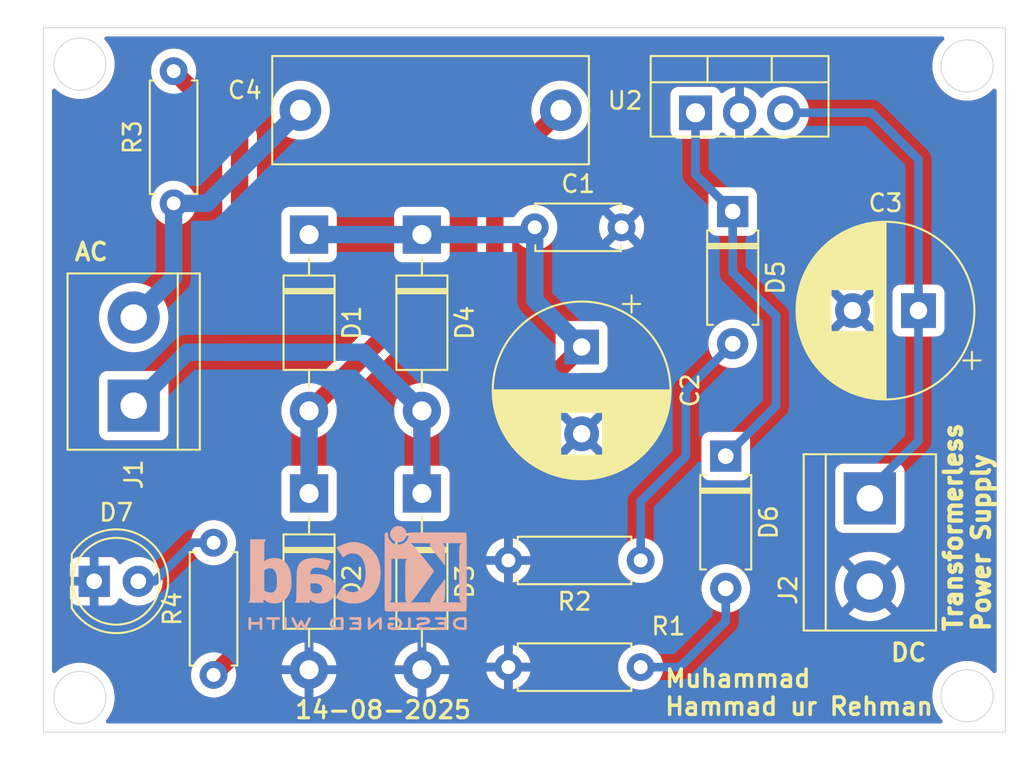
<source format=kicad_pcb>
(kicad_pcb (version 20241229) (generator "pcbnew") (generator_version "9.0")
  (layers (0 "F.Cu" signal) (2 "B.Cu" signal) (13 "F.Paste" user) (15 "B.Paste" user) (5 "F.SilkS" user "F.Silkscreen") (7 "B.SilkS" user "B.Silkscreen") (1 "F.Mask" user) (3 "B.Mask" user) (25 "Edge.Cuts" user))
  (net 0 "")
  (net 1 "Net-(D1-K)")
  (net 2 "GND")
  (net 3 "/5v")
  (net 4 "Net-(D1-A)")
  (net 5 "Net-(J1-Pin_2)")
  (net 6 "Net-(D3-K)")
  (net 7 "Net-(D5-A)")
  (net 8 "Net-(D6-A)")
  (net 9 "Net-(D7-A)")
  (footprint "Resistor_THT:R_Axial_DIN0207_L6.3mm_D2.5mm_P7.62mm_Horizontal" (layer "F.Cu") (at 147.1 109.35 180)
    (property "Reference" "R1" (at -1.6 2.35 0) (layer "F.SilkS"))
    (property "Value" "20k")
    (pad "1" thru_hole circle (at 0 0 180) (size 1.6 1.6) (drill 0.8) (layers "*.Cu" "*.Mask") (net 8 "Net-(D6-A)"))
    (pad "2" thru_hole oval (at 7.62 0 180) (size 1.6 1.6) (drill 0.8) (layers "*.Cu" "*.Mask") (net 2 "GND"))
  )
  (footprint "Capacitor_THT:C_Rect_L18.0mm_W6.0mm_P15.00mm_FKS3_FKP3" (layer "F.Cu") (at 127.5 77.25)
    (property "Reference" "C4" (at -3.2 -1.15 0) (layer "F.SilkS"))
    (property "Value" "2.2uf")
    (pad "1" thru_hole circle (at 0 0) (size 2.4 2.4) (drill 1.2) (layers "*.Cu" "*.Mask") (net 5 "Net-(J1-Pin_2)"))
    (pad "2" thru_hole circle (at 15 0) (size 2.4 2.4) (drill 1.2) (layers "*.Cu" "*.Mask") (net 4 "Net-(D1-A)"))
  )
  (footprint "Diode_THT:D_A-405_P7.62mm_Horizontal" (layer "F.Cu") (at 152.4 83.09 -90)
    (property "Reference" "D5" (at 3.81 -2.47 90) (layer "F.SilkS"))
    (property "Value" "D_Zener")
    (pad "1" thru_hole rect (at 0 0 270) (size 1.8 1.8) (drill 0.9) (layers "*.Cu" "*.Mask") (net 1 "Net-(D1-K)"))
    (pad "2" thru_hole oval (at 7.62 0 270) (size 1.8 1.8) (drill 0.9) (layers "*.Cu" "*.Mask") (net 7 "Net-(D5-A)"))
  )
  (footprint "Diode_THT:D_DO-41_SOD81_P10.16mm_Horizontal" (layer "F.Cu") (at 134.5 99.34 -90)
    (property "Reference" "D3" (at 5.08 -2.47 90) (layer "F.SilkS"))
    (property "Value" "1N4007")
    (pad "1" thru_hole rect (at 0 0 270) (size 2.2 2.2) (drill 1.1) (layers "*.Cu" "*.Mask") (net 6 "Net-(D3-K)"))
    (pad "2" thru_hole oval (at 10.16 0 270) (size 2.2 2.2) (drill 1.1) (layers "*.Cu" "*.Mask") (net 2 "GND"))
  )
  (footprint "Resistor_THT:R_Axial_DIN0207_L6.3mm_D2.5mm_P7.62mm_Horizontal" (layer "F.Cu") (at 122.5 109.8 90)
    (property "Reference" "R4" (at 3.81 -2.37 90) (layer "F.SilkS"))
    (property "Value" "2.2k")
    (pad "1" thru_hole circle (at 0 0 90) (size 1.6 1.6) (drill 0.8) (layers "*.Cu" "*.Mask") (net 1 "Net-(D1-K)"))
    (pad "2" thru_hole oval (at 7.62 0 90) (size 1.6 1.6) (drill 0.8) (layers "*.Cu" "*.Mask") (net 9 "Net-(D7-A)"))
  )
  (footprint "Capacitor_THT:CP_Radial_D10.0mm_P5.00mm" (layer "F.Cu") (at 143.7 90.9 -90)
    (property "Reference" "C2" (at 2.5 -6.25 90) (layer "F.SilkS"))
    (property "Value" "1000uf")
    (pad "1" thru_hole rect (at 0 0 270) (size 2 2) (drill 1) (layers "*.Cu" "*.Mask") (net 1 "Net-(D1-K)"))
    (pad "2" thru_hole circle (at 5 0 270) (size 2 2) (drill 1) (layers "*.Cu" "*.Mask") (net 2 "GND"))
  )
  (footprint "Capacitor_THT:C_Disc_D4.7mm_W2.5mm_P5.00mm" (layer "F.Cu") (at 141 84)
    (property "Reference" "C1" (at 2.5 -2.5 0) (layer "F.SilkS"))
    (property "Value" "0.1uf")
    (pad "1" thru_hole circle (at 0 0) (size 1.6 1.6) (drill 0.8) (layers "*.Cu" "*.Mask") (net 1 "Net-(D1-K)"))
    (pad "2" thru_hole circle (at 5 0) (size 1.6 1.6) (drill 0.8) (layers "*.Cu" "*.Mask") (net 2 "GND"))
  )
  (footprint "Package_TO_SOT_THT:TO-220-3_Vertical" (layer "F.Cu") (at 150.26 77.4)
    (property "Reference" "U2" (at -4.06 -0.7 0) (layer "F.SilkS"))
    (property "Value" "LM7805_TO220")
    (pad "1" thru_hole rect (at 0 0) (size 1.905 2) (drill 1.1) (layers "*.Cu" "*.Mask") (net 1 "Net-(D1-K)"))
    (pad "2" thru_hole oval (at 2.54 0) (size 1.905 2) (drill 1.1) (layers "*.Cu" "*.Mask") (net 2 "GND"))
    (pad "3" thru_hole oval (at 5.08 0) (size 1.905 2) (drill 1.1) (layers "*.Cu" "*.Mask") (net 3 "/5v"))
  )
  (footprint "TerminalBlock:TerminalBlock_bornier-2_P5.08mm" (layer "F.Cu") (at 160.3 99.62 -90)
    (property "Reference" "J2" (at 5.28 4.7 90) (layer "F.SilkS"))
    (property "Value" "Screw_Terminal_01x02")
    (pad "1" thru_hole rect (at 0 0 270) (size 3 3) (drill 1.52) (layers "*.Cu" "*.Mask") (net 3 "/5v"))
    (pad "2" thru_hole circle (at 5.08 0 270) (size 3 3) (drill 1.52) (layers "*.Cu" "*.Mask") (net 2 "GND"))
  )
  (footprint "LED_THT:LED_D5.0mm" (layer "F.Cu") (at 115.625 104.4)
    (property "Reference" "D7" (at 1.27 -3.96 0) (layer "F.SilkS"))
    (property "Value" "LED")
    (pad "1" thru_hole rect (at 0 0) (size 1.8 1.8) (drill 0.9) (layers "*.Cu" "*.Mask") (net 2 "GND"))
    (pad "2" thru_hole circle (at 2.54 0) (size 1.8 1.8) (drill 0.9) (layers "*.Cu" "*.Mask") (net 9 "Net-(D7-A)"))
  )
  (footprint "Diode_THT:D_DO-41_SOD81_P10.16mm_Horizontal" (layer "F.Cu") (at 134.5 84.42 -90)
    (property "Reference" "D4" (at 5.08 -2.47 90) (layer "F.SilkS"))
    (property "Value" "1N4007")
    (pad "1" thru_hole rect (at 0 0 270) (size 2.2 2.2) (drill 1.1) (layers "*.Cu" "*.Mask") (net 1 "Net-(D1-K)"))
    (pad "2" thru_hole oval (at 10.16 0 270) (size 2.2 2.2) (drill 1.1) (layers "*.Cu" "*.Mask") (net 6 "Net-(D3-K)"))
  )
  (footprint "TerminalBlock:TerminalBlock_bornier-2_P5.08mm" (layer "F.Cu") (at 117.9 94.28 90)
    (property "Reference" "J1" (at -3.96 0 90) (layer "F.SilkS"))
    (property "Value" "Screw_Terminal_01x02")
    (pad "1" thru_hole rect (at 0 0 90) (size 3 3) (drill 1.52) (layers "*.Cu" "*.Mask") (net 6 "Net-(D3-K)"))
    (pad "2" thru_hole circle (at 5.08 0 90) (size 3 3) (drill 1.52) (layers "*.Cu" "*.Mask") (net 5 "Net-(J1-Pin_2)"))
  )
  (footprint "Diode_THT:D_DO-41_SOD81_P10.16mm_Horizontal" (layer "F.Cu") (at 128 84.42 -90)
    (property "Reference" "D1" (at 5.08 -2.47 90) (layer "F.SilkS"))
    (property "Value" "1N4007")
    (pad "1" thru_hole rect (at 0 0 270) (size 2.2 2.2) (drill 1.1) (layers "*.Cu" "*.Mask") (net 1 "Net-(D1-K)"))
    (pad "2" thru_hole oval (at 10.16 0 270) (size 2.2 2.2) (drill 1.1) (layers "*.Cu" "*.Mask") (net 4 "Net-(D1-A)"))
  )
  (footprint "Resistor_THT:R_Axial_DIN0207_L6.3mm_D2.5mm_P7.62mm_Horizontal" (layer "F.Cu") (at 147.1 103.2 180)
    (property "Reference" "R2" (at 3.81 -2.37 0) (layer "F.SilkS"))
    (property "Value" "20k")
    (pad "1" thru_hole circle (at 0 0 180) (size 1.6 1.6) (drill 0.8) (layers "*.Cu" "*.Mask") (net 7 "Net-(D5-A)"))
    (pad "2" thru_hole oval (at 7.62 0 180) (size 1.6 1.6) (drill 0.8) (layers "*.Cu" "*.Mask") (net 2 "GND"))
  )
  (footprint "Capacitor_THT:CP_Radial_D10.0mm_P3.80mm" (layer "F.Cu") (at 163.1 88.8 180)
    (property "Reference" "C3" (at 1.9 6.2 0) (layer "F.SilkS"))
    (property "Value" "470uf")
    (pad "1" thru_hole rect (at 0 0 180) (size 2 2) (drill 1) (layers "*.Cu" "*.Mask") (net 3 "/5v"))
    (pad "2" thru_hole circle (at 3.8 0 180) (size 2 2) (drill 1) (layers "*.Cu" "*.Mask") (net 2 "GND"))
  )
  (footprint "Diode_THT:D_DO-41_SOD81_P10.16mm_Horizontal" (layer "F.Cu") (at 128 99.34 -90)
    (property "Reference" "D2" (at 5.08 -2.47 90) (layer "F.SilkS"))
    (property "Value" "1N4007")
    (pad "1" thru_hole rect (at 0 0 270) (size 2.2 2.2) (drill 1.1) (layers "*.Cu" "*.Mask") (net 4 "Net-(D1-A)"))
    (pad "2" thru_hole oval (at 10.16 0 270) (size 2.2 2.2) (drill 1.1) (layers "*.Cu" "*.Mask") (net 2 "GND"))
  )
  (footprint "Resistor_THT:R_Axial_DIN0207_L6.3mm_D2.5mm_P7.62mm_Horizontal" (layer "F.Cu") (at 120.2 82.62 90)
    (property "Reference" "R3" (at 3.81 -2.37 90) (layer "F.SilkS"))
    (property "Value" "1M")
    (pad "1" thru_hole circle (at 0 0 90) (size 1.6 1.6) (drill 0.8) (layers "*.Cu" "*.Mask") (net 5 "Net-(J1-Pin_2)"))
    (pad "2" thru_hole oval (at 7.62 0 90) (size 1.6 1.6) (drill 0.8) (layers "*.Cu" "*.Mask") (net 4 "Net-(D1-A)"))
  )
  (footprint "Diode_THT:D_A-405_P7.62mm_Horizontal" (layer "F.Cu") (at 152 97.19 -90)
    (property "Reference" "D6" (at 3.81 -2.47 90) (layer "F.SilkS"))
    (property "Value" "D_Zener")
    (pad "1" thru_hole rect (at 0 0 270) (size 1.8 1.8) (drill 0.9) (layers "*.Cu" "*.Mask") (net 1 "Net-(D1-K)"))
    (pad "2" thru_hole oval (at 7.62 0 270) (size 1.8 1.8) (drill 0.9) (layers "*.Cu" "*.Mask") (net 8 "Net-(D6-A)"))
  )
  (footprint "Symbol:KiCad-Logo2_5mm_SilkScreen" (layer "B.Cu") (at 130.8 104.2 180)
    (property "Reference" "REF**" (hide yes))
    (property "Value" "KiCad-Logo2_5mm_SilkScreen" (hide yes))
  )
  (gr_circle (center 114.8 111.1) (end 116.3 111) (stroke (width 0.05)) (fill no) (layer "Edge.Cuts"))
  (gr_circle (center 165.9 111) (end 167.4 110.9) (stroke (width 0.05)) (fill no) (layer "Edge.Cuts"))
  (gr_rect (start 112.7 72.5) (end 168.1 113.1) (stroke (width 0.05)) (fill no) (layer "Edge.Cuts"))
  (gr_circle (center 165.9 74.7) (end 167.4 74.6) (stroke (width 0.05)) (fill no) (layer "Edge.Cuts"))
  (gr_circle (center 114.8 74.6) (end 116.3 74.5) (stroke (width 0.05)) (fill no) (layer "Edge.Cuts"))
  (gr_text "Transformerless\nPower Supply\n" (at 167.3 107.4 90) (layer "F.SilkS") (effects (font (size 1 1) (thickness 0.25) (bold yes)) (justify left bottom)))
  (gr_text "14-08-2025\n" (at 127.1 112.4 0) (layer "F.SilkS") (effects (font (size 1 1) (thickness 0.18) (bold yes)) (justify left bottom)))
  (gr_text "DC\n" (at 161.4 109.1 0) (layer "F.SilkS") (effects (font (size 1 1) (thickness 0.2) (bold yes)) (justify left bottom)))
  (gr_text "Muhammad\nHammad ur Rehman\n" (at 148.4 112.2 0) (layer "F.SilkS") (effects (font (size 1 1) (thickness 0.2) (bold yes)) (justify left bottom)))
  (gr_text "AC\n" (at 114.4 86 0) (layer "F.SilkS") (effects (font (size 1 1) (thickness 0.2) (bold yes)) (justify left bottom)))
  (segment (start 137.4 97.2) (end 137.4 103.4) (width 1) (layer "F.Cu") (net 1))
  (segment (start 134.2 106.6) (end 125.7 106.6) (width 1) (layer "F.Cu") (net 1))
  (segment (start 137.4 103.4) (end 134.2 106.6) (width 1) (layer "F.Cu") (net 1))
  (segment (start 125.7 106.6) (end 122.5 109.8) (width 1) (layer "F.Cu") (net 1))
  (segment (start 143.7 90.9) (end 137.4 97.2) (width 1) (layer "F.Cu") (net 1))
  (segment (start 152 97.19) (end 154.9 94.29) (width 0.5) (layer "B.Cu") (net 1))
  (segment (start 141 88.2) (end 143.7 90.9) (width 1) (layer "B.Cu") (net 1))
  (segment (start 134.5 84.42) (end 140.58 84.42) (width 1) (layer "B.Cu") (net 1))
  (segment (start 154.9 94.29) (end 154.9 89.1) (width 0.5) (layer "B.Cu") (net 1))
  (segment (start 140.58 84.42) (end 141 84) (width 1) (layer "B.Cu") (net 1))
  (segment (start 152.4 83.09) (end 152.4 86.6) (width 0.5) (layer "B.Cu") (net 1))
  (segment (start 128 84.42) (end 134.5 84.42) (width 1) (layer "B.Cu") (net 1))
  (segment (start 150.26 80.95) (end 152.4 83.09) (width 0.5) (layer "B.Cu") (net 1))
  (segment (start 154.9 89.1) (end 152.4 86.6) (width 0.5) (layer "B.Cu") (net 1))
  (segment (start 141 84) (end 141 88.2) (width 1) (layer "B.Cu") (net 1))
  (segment (start 150.26 77.4) (end 150.26 80.95) (width 0.5) (layer "B.Cu") (net 1))
  (segment (start 160.3 99.1) (end 160.3 99.62) (width 0.5) (layer "B.Cu") (net 3))
  (segment (start 163.1 88.8) (end 163.1 96.3) (width 0.5) (layer "B.Cu") (net 3))
  (segment (start 155.34 77.4) (end 160.4 77.4) (width 0.5) (layer "B.Cu") (net 3))
  (segment (start 163.1 80.1) (end 163.1 88.8) (width 0.5) (layer "B.Cu") (net 3))
  (segment (start 160.4 77.4) (end 163.1 80.1) (width 0.5) (layer "B.Cu") (net 3))
  (segment (start 163.1 96.3) (end 160.3 99.1) (width 0.5) (layer "B.Cu") (net 3))
  (segment (start 124 78.8) (end 124 87.5) (width 1) (layer "F.Cu") (net 4))
  (segment (start 138.7 81) (end 140.5 79.2) (width 1) (layer "F.Cu") (net 4))
  (segment (start 140.5 79.2) (end 140.55 79.2) (width 1) (layer "F.Cu") (net 4))
  (segment (start 135.8 90.2) (end 138.7 87.3) (width 1) (layer "F.Cu") (net 4))
  (segment (start 120.2 75) (end 124 78.8) (width 1) (layer "F.Cu") (net 4))
  (segment (start 138.7 87.3) (end 138.7 81) (width 1) (layer "F.Cu") (net 4))
  (segment (start 129.68 87.5) (end 132.38 90.2) (width 1) (layer "F.Cu") (net 4))
  (segment (start 128 94.58) (end 132.38 90.2) (width 1) (layer "F.Cu") (net 4))
  (segment (start 140.55 79.2) (end 142.5 77.25) (width 1) (layer "F.Cu") (net 4))
  (segment (start 132.38 90.2) (end 135.8 90.2) (width 1) (layer "F.Cu") (net 4))
  (segment (start 124 87.5) (end 129.68 87.5) (width 1) (layer "F.Cu") (net 4))
  (segment (start 128 94.58) (end 128 99.34) (width 1) (layer "B.Cu") (net 4))
  (segment (start 120.2 82.62) (end 122.13 82.62) (width 1) (layer "B.Cu") (net 5))
  (segment (start 120.2 82.62) (end 120.2 86.9) (width 1) (layer "B.Cu") (net 5))
  (segment (start 120.2 86.9) (end 117.9 89.2) (width 1) (layer "B.Cu") (net 5))
  (segment (start 122.13 82.62) (end 127.5 77.25) (width 1) (layer "B.Cu") (net 5))
  (segment (start 117.9 94.28) (end 120.98 91.2) (width 1) (layer "B.Cu") (net 6))
  (segment (start 120.98 91.2) (end 124.1 91.2) (width 1) (layer "B.Cu") (net 6))
  (segment (start 134.5 99.34) (end 134.5 94.58) (width 1) (layer "B.Cu") (net 6))
  (segment (start 123.2 91.2) (end 131.12 91.2) (width 1) (layer "B.Cu") (net 6))
  (segment (start 131.12 91.2) (end 134.5 94.58) (width 1) (layer "B.Cu") (net 6))
  (segment (start 149.7 93.41) (end 149.7 97.2) (width 0.5) (layer "B.Cu") (net 7))
  (segment (start 147.1 99.8) (end 147.1 103.2) (width 0.5) (layer "B.Cu") (net 7))
  (segment (start 152.4 90.71) (end 149.7 93.41) (width 0.5) (layer "B.Cu") (net 7))
  (segment (start 149.7 97.2) (end 147.1 99.8) (width 0.5) (layer "B.Cu") (net 7))
  (segment (start 152 106.7) (end 149.35 109.35) (width 0.5) (layer "B.Cu") (net 8))
  (segment (start 152 104.81) (end 152 106.7) (width 0.5) (layer "B.Cu") (net 8))
  (segment (start 149.35 109.35) (end 147.1 109.35) (width 0.5) (layer "B.Cu") (net 8))
  (segment (start 121.32 102.18) (end 122.5 102.18) (width 0.5) (layer "B.Cu") (net 9))
  (segment (start 119.1 104.4) (end 121.32 102.18) (width 0.5) (layer "B.Cu") (net 9))
  (segment (start 118.165 104.4) (end 119.1 104.4) (width 0.5) (layer "B.Cu") (net 9))
  (zone (net 2) (net_name "GND") (layers "F.Cu" "B.Cu") (connect_pads (clearance 0.5)) (min_thickness 0.25) (fill yes (thermal_gap 0.5) (thermal_bridge_width 0.5))
    (polygon (pts (xy 110.2 70.9) (xy 169.2 70.9) (xy 169.2 115.1) (xy 110.2 115.1)))
  )
)
</source>
